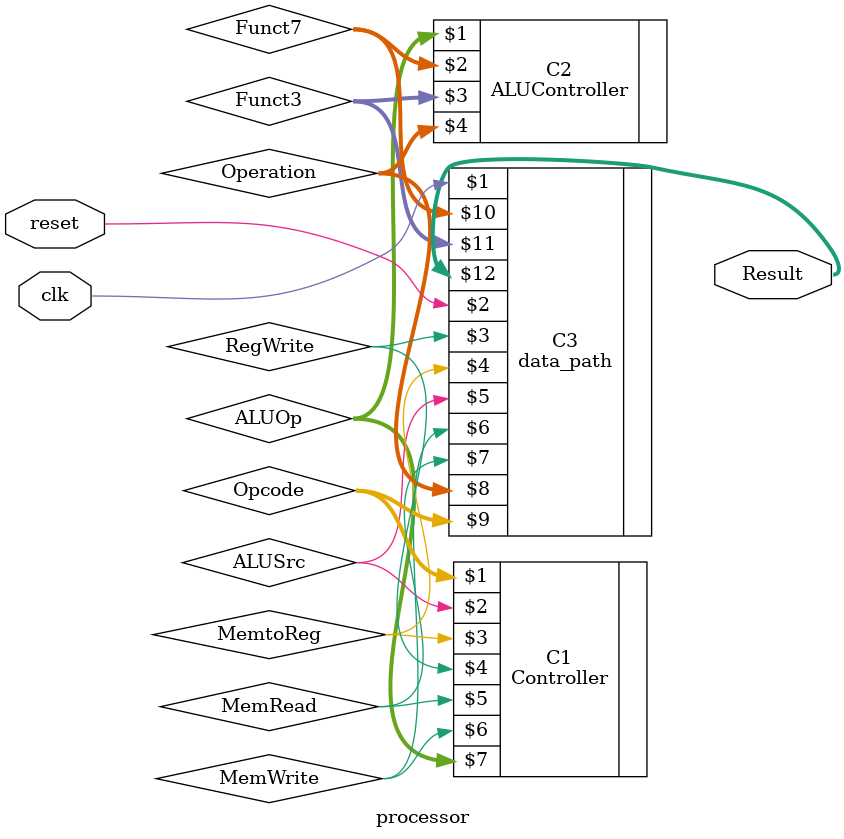
<source format=v>
module processor(clk, reset, Result);

    input clk, reset; 
    
    output [31:0] Result;
    
    wire  ALUSrc, MemtoReg, RegWrite, MemRead, MemWrite;
    wire [6:0] Opcode, Funct7;
    wire [1:0] ALUOp;
    wire [2:0] Funct3;
    wire [3:0] Operation;
    
                    // Opcode, ALUSrc, MemtoReg, RegWrite, MemRead, MemWrite, ALUOp
    Controller      C1(Opcode, ALUSrc, MemtoReg, RegWrite, MemRead, MemWrite, ALUOp);
    
                    // ALUOp, Funct7, Funct3, Operation
    ALUController   C2(ALUOp, Funct7, Funct3, Operation);
    
                    // clk, reset, reg_write, mem2reg, alu_src, mem_write, 
    data_path       C3(clk, reset, RegWrite,  MemtoReg, ALUSrc, MemWrite, 
    
                    // mem_read, alu_cc,    opcode, funct7, funct3, alu_result
                       MemRead,  Operation, Opcode, Funct7, Funct3, Result);
endmodule

</source>
